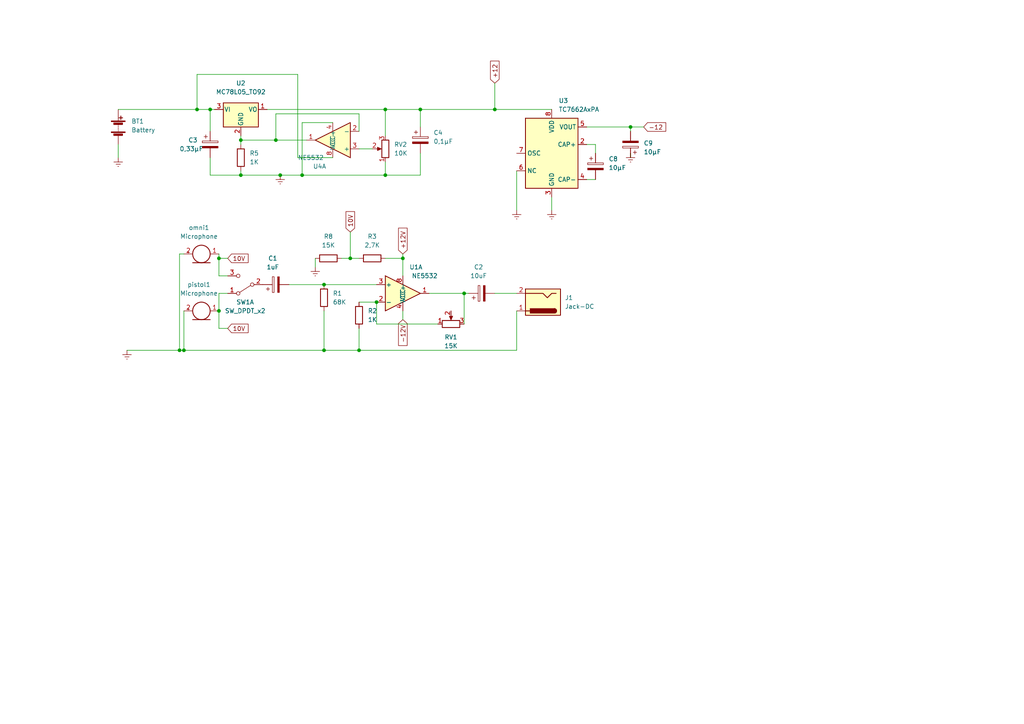
<source format=kicad_sch>
(kicad_sch (version 20211123) (generator eeschema)
  (paper "A4")
  (lib_symbols
    (symbol "Amplifier_Operational:NE5532" (pin_names (offset 0.127))
      (property "Reference" "U1" (at 3.81 7.62 0))
      (property "Value" "NE5532" (at 6.35 5.08 0))
      (symbol "NE5532_1_1"
        (polyline (pts (xy -5.08 5.08) (xy 5.08 0) (xy -5.08 -5.08) (xy -5.08 5.08)) (stroke (width 0.254)) (fill (type background)))
        (pin output line (at 7.62 0 180) (length 2.54) (name "~") (number "1"))
        (pin input line (at -7.62 -2.54 0) (length 2.54) (name "-") (number "2"))
        (pin input line (at -7.62 2.54 0) (length 2.54) (name "+") (number "3"))
        (pin input line (at 0 -5.08 90) (length 2.54) (name "VCC-") (number "4"))
        (pin input line (at 0 5.08 270) (length 2.54) (name "VCC+") (number "8"))
      )
      (symbol "NE5532_2_1"
        (polyline (pts (xy -5.08 5.08) (xy 5.08 0) (xy -5.08 -5.08) (xy -5.08 5.08)) (stroke (width 0.254)) (fill (type background)))
        (pin input line (at -7.62 2.54 0) (length 2.54) (name "+") (number "5"))
        (pin input line (at -7.62 -2.54 0) (length 2.54) (name "-") (number "6"))
        (pin output line (at 7.62 0 180) (length 2.54) (name "~") (number "7"))
      )
      (symbol "NE5532_3_1"
        (pin power_in line (at -2.54 -7.62 90) (length 3.81) (name "V-") (number "4"))
        (pin power_in line (at -2.54 7.62 270) (length 3.81) (name "V+") (number "8"))
      )
    )
    (symbol "Connector:Jack-DC" (pin_names (offset 1.016))
      (property "Reference" "J" (at 0 5.334 0))
      (property "Value" "Jack-DC" (at 0 -5.08 0))
      (symbol "Jack-DC_0_1"
        (rectangle (start -5.08 3.81) (end 5.08 -3.81) (stroke (width 0.254)) (fill (type background)))
        (arc (start -3.302 3.175) (mid -3.937 2.54) (end -3.302 1.905) (stroke (width 0.254)))
        (arc (start -3.302 3.175) (mid -3.937 2.54) (end -3.302 1.905) (stroke (width 0.254)) (fill (type outline)))
        (polyline (pts (xy 5.08 2.54) (xy 3.81 2.54)) (stroke (width 0.254)))
        (polyline (pts (xy -3.81 -2.54) (xy -2.54 -2.54) (xy -1.27 -1.27) (xy 0 -2.54) (xy 2.54 -2.54) (xy 5.08 -2.54)) (stroke (width 0.254)))
        (rectangle (start 3.683 3.175) (end -3.302 1.905) (stroke (width 0.254)) (fill (type outline)))
      )
      (symbol "Jack-DC_1_1"
        (pin passive line (at 7.62 2.54 180) (length 2.54) (name "~") (number "1"))
        (pin passive line (at 7.62 -2.54 180) (length 2.54) (name "~") (number "2"))
      )
    )
    (symbol "Converter_DCDC:TC7662AxPA"
      (property "Reference" "U" (at -6.35 11.43 0))
      (property "Value" "TC7662AxPA" (at 7.62 11.43 0))
      (symbol "TC7662AxPA_0_1"
        (rectangle (start -7.62 10.16) (end 7.62 -10.16) (stroke (width 0.254)) (fill (type background)))
      )
      (symbol "TC7662AxPA_1_1"
        (pin no_connect line (at -7.62 5.08 0) (length 2.54) hide (name "NC") (number "1"))
        (pin passive line (at 10.16 2.54 180) (length 2.54) (name "CAP+") (number "2"))
        (pin power_in line (at 0 -12.7 90) (length 2.54) (name "GND") (number "3"))
        (pin passive line (at 10.16 -7.62 180) (length 2.54) (name "CAP-") (number "4"))
        (pin power_out line (at 10.16 7.62 180) (length 2.54) (name "VOUT") (number "5"))
        (pin passive line (at -10.16 -5.08 0) (length 2.54) (name "NC") (number "6"))
        (pin passive line (at -10.16 0 0) (length 2.54) (name "OSC") (number "7"))
        (pin power_in line (at 0 12.7 270) (length 2.54) (name "VDD") (number "8"))
      )
    )
    (symbol "Device:Battery" (pin_numbers hide) (pin_names (offset 0) hide)
      (property "Reference" "BT" (at 2.54 2.54 0))
      (property "Value" "Battery" (at 2.54 0 0))
      (symbol "Battery_0_1"
        (rectangle (start -2.032 -1.397) (end 2.032 -1.651) (fill (type outline)))
        (rectangle (start -2.032 1.778) (end 2.032 1.524) (fill (type outline)))
        (rectangle (start -1.3208 -1.9812) (end 1.27 -2.4892) (fill (type outline)))
        (rectangle (start -1.3208 1.1938) (end 1.27 0.6858) (fill (type outline)))
        (polyline (pts (xy 0 -1.524) (xy 0 -1.27)))
        (polyline (pts (xy 0 -1.016) (xy 0 -0.762)))
        (polyline (pts (xy 0 -0.508) (xy 0 -0.254)))
        (polyline (pts (xy 0 0) (xy 0 0.254)))
        (polyline (pts (xy 0 0.508) (xy 0 0.762)))
        (polyline (pts (xy 0 1.778) (xy 0 2.54)))
        (polyline (pts (xy 0.254 2.667) (xy 1.27 2.667)) (stroke (width 0.254)))
        (polyline (pts (xy 0.762 3.175) (xy 0.762 2.159)) (stroke (width 0.254)))
      )
      (symbol "Battery_1_1"
        (pin passive line (at 0 5.08 270) (length 2.54) (name "+") (number "1"))
        (pin passive line (at 0 -5.08 90) (length 2.54) (name "-") (number "2"))
      )
    )
    (symbol "Device:C_Polarized" (pin_numbers hide) (pin_names (offset 0.254))
      (property "Reference" "C" (at 0.635 2.54 0))
      (property "Value" "C_Polarized" (at 0.635 -2.54 0))
      (symbol "C_Polarized_0_1"
        (rectangle (start -2.286 0.508) (end 2.286 1.016))
        (polyline (pts (xy -1.778 2.286) (xy -0.762 2.286)))
        (polyline (pts (xy -1.27 2.794) (xy -1.27 1.778)))
        (rectangle (start 2.286 -0.508) (end -2.286 -1.016) (fill (type outline)))
      )
      (symbol "C_Polarized_1_1"
        (pin passive line (at 0 3.81 270) (length 2.794) (name "~") (number "1"))
        (pin passive line (at 0 -3.81 90) (length 2.794) (name "~") (number "2"))
      )
    )
    (symbol "Device:Microphone" (pin_names (offset 0.0254) hide)
      (property "Reference" "MK" (at -3.81 1.27 0))
      (property "Value" "Microphone" (at -3.81 -0.635 0))
      (symbol "Microphone_0_1"
        (polyline (pts (xy -2.54 2.54) (xy -2.54 -2.54)) (stroke (width 0.254)))
        (polyline (pts (xy 0.254 3.81) (xy 0.762 3.81)))
        (polyline (pts (xy 0.508 4.064) (xy 0.508 3.556)))
        (circle (center 0 0) (radius 2.54) (stroke (width 0.254)))
      )
      (symbol "Microphone_1_1"
        (pin passive line (at 0 -5.08 90) (length 2.54) (name "-") (number "1"))
        (pin passive line (at 0 5.08 270) (length 2.54) (name "+") (number "2"))
      )
    )
    (symbol "Device:R" (pin_numbers hide) (pin_names (offset 0))
      (property "Reference" "R" (at 2.032 0 90))
      (property "Value" "R" (at 0 0 90))
      (symbol "R_0_1"
        (rectangle (start -1.016 -2.54) (end 1.016 2.54) (stroke (width 0.254)))
      )
      (symbol "R_1_1"
        (pin passive line (at 0 3.81 270) (length 1.27) (name "~") (number "1"))
        (pin passive line (at 0 -3.81 90) (length 1.27) (name "~") (number "2"))
      )
    )
    (symbol "Device:R_Potentiometer" (pin_names (offset 1.016) hide)
      (property "Reference" "RV" (at -4.445 0 90))
      (property "Value" "R_Potentiometer" (at -2.54 0 90))
      (symbol "R_Potentiometer_0_1"
        (polyline (pts (xy 2.54 0) (xy 1.524 0)))
        (polyline (pts (xy 1.143 0) (xy 2.286 0.508) (xy 2.286 -0.508) (xy 1.143 0)) (fill (type outline)))
        (rectangle (start 1.016 2.54) (end -1.016 -2.54) (stroke (width 0.254)))
      )
      (symbol "R_Potentiometer_1_1"
        (pin passive line (at 0 3.81 270) (length 1.27) (name "1") (number "1"))
        (pin passive line (at 3.81 0 180) (length 1.27) (name "2") (number "2"))
        (pin passive line (at 0 -3.81 90) (length 1.27) (name "3") (number "3"))
      )
    )
    (symbol "Regulator_Linear:MC78L05_TO92" (pin_names (offset 0.254))
      (property "Reference" "U" (at -3.81 3.175 0))
      (property "Value" "MC78L05_TO92" (at 0 3.175 0))
      (symbol "MC78L05_TO92_0_1"
        (rectangle (start -5.08 -5.08) (end 5.08 1.905) (stroke (width 0.254)) (fill (type background)))
      )
      (symbol "MC78L05_TO92_1_1"
        (pin power_out line (at 7.62 0 180) (length 2.54) (name "VO") (number "1"))
        (pin power_in line (at 0 -7.62 90) (length 2.54) (name "GND") (number "2"))
        (pin power_in line (at -7.62 0 0) (length 2.54) (name "VI") (number "3"))
      )
    )
    (symbol "Switch:SW_DPDT_x2" (pin_names (offset 0) hide)
      (property "Reference" "SW" (at 0 4.318 0))
      (property "Value" "SW_DPDT_x2" (at 0 -5.08 0))
      (symbol "SW_DPDT_x2_0_0"
        (circle (center -2.032 0) (radius 0.508))
        (circle (center 2.032 -2.54) (radius 0.508))
      )
      (symbol "SW_DPDT_x2_0_1"
        (polyline (pts (xy -1.524 0.254) (xy 1.651 2.286)))
        (circle (center 2.032 2.54) (radius 0.508))
      )
      (symbol "SW_DPDT_x2_1_1"
        (pin passive line (at 5.08 2.54 180) (length 2.54) (name "A") (number "1"))
        (pin passive line (at -5.08 0 0) (length 2.54) (name "B") (number "2"))
        (pin passive line (at 5.08 -2.54 180) (length 2.54) (name "C") (number "3"))
      )
      (symbol "SW_DPDT_x2_2_1"
        (pin passive line (at 5.08 2.54 180) (length 2.54) (name "A") (number "4"))
        (pin passive line (at -5.08 0 0) (length 2.54) (name "B") (number "5"))
        (pin passive line (at 5.08 -2.54 180) (length 2.54) (name "C") (number "6"))
      )
    )
    (symbol "power:Earth" (power) (pin_names (offset 0))
      (symbol "Earth_0_1"
        (polyline (pts (xy -0.635 -1.905) (xy 0.635 -1.905)))
        (polyline (pts (xy -0.127 -2.54) (xy 0.127 -2.54)))
        (polyline (pts (xy 0 -1.27) (xy 0 0)))
        (polyline (pts (xy 1.27 -1.27) (xy -1.27 -1.27)))
      )
      (symbol "Earth_1_1"
        (pin power_in line (at 0 0 270) (length 0) hide (name "Earth") (number "1"))
      )
    )
  )
  (junction (at 134.62 85.09))
  (junction (at 109.22 87.63))
  (junction (at 116.84 74.93))
  (junction (at 69.85 40.64))
  (junction (at 93.98 82.55))
  (junction (at 60.96 31.75))
  (junction (at 69.85 50.8))
  (junction (at 52.07 101.6))
  (junction (at 101.6 74.93))
  (junction (at 63.5 90.17))
  (junction (at 63.5 74.93))
  (junction (at 87.63 50.8))
  (junction (at 53.34 101.6))
  (junction (at 111.76 31.75))
  (junction (at 80.01 40.64))
  (junction (at 104.14 101.6))
  (junction (at 57.15 31.75))
  (junction (at 121.92 31.75))
  (junction (at 143.51 31.75))
  (junction (at 111.76 50.8))
  (junction (at 182.88 36.83))
  (junction (at 93.98 101.6))
  (junction (at 81.28 50.8))
  (wire (pts (xy 96.52 35.56) (xy 87.63 35.56)))
  (wire (pts (xy 63.5 74.93) (xy 63.5 80.01)))
  (wire (pts (xy 104.14 87.63) (xy 109.22 87.63)))
  (wire (pts (xy 69.85 40.64) (xy 80.01 40.64)))
  (wire (pts (xy 111.76 74.93) (xy 116.84 74.93)))
  (wire (pts (xy 63.5 74.93) (xy 66.04 74.93)))
  (wire (pts (xy 109.22 87.63) (xy 109.22 93.98)))
  (wire (pts (xy 60.96 31.75) (xy 60.96 38.1)))
  (wire (pts (xy 121.92 31.75) (xy 143.51 31.75)))
  (wire (pts (xy 182.88 38.1) (xy 182.88 36.83)))
  (wire (pts (xy 104.14 38.1) (xy 104.14 33.02)))
  (wire (pts (xy 104.14 33.02) (xy 80.01 33.02)))
  (wire (pts (xy 36.83 101.6) (xy 52.07 101.6)))
  (wire (pts (xy 34.29 41.91) (xy 34.29 45.72)))
  (wire (pts (xy 77.47 31.75) (xy 111.76 31.75)))
  (wire (pts (xy 66.04 85.09) (xy 63.5 85.09)))
  (wire (pts (xy 52.07 101.6) (xy 53.34 101.6)))
  (wire (pts (xy 60.96 50.8) (xy 69.85 50.8)))
  (wire (pts (xy 63.5 85.09) (xy 63.5 90.17)))
  (wire (pts (xy 69.85 39.37) (xy 69.85 40.64)))
  (wire (pts (xy 53.34 73.66) (xy 52.07 73.66)))
  (wire (pts (xy 83.82 82.55) (xy 93.98 82.55)))
  (wire (pts (xy 93.98 101.6) (xy 104.14 101.6)))
  (wire (pts (xy 182.88 36.83) (xy 186.69 36.83)))
  (wire (pts (xy 34.29 31.75) (xy 57.15 31.75)))
  (wire (pts (xy 143.51 24.13) (xy 143.51 31.75)))
  (wire (pts (xy 104.14 43.18) (xy 107.95 43.18)))
  (wire (pts (xy 86.36 21.59) (xy 57.15 21.59)))
  (wire (pts (xy 182.88 45.72) (xy 182.88 44.45)))
  (wire (pts (xy 121.92 44.45) (xy 121.92 50.8)))
  (wire (pts (xy 101.6 74.93) (xy 104.14 74.93)))
  (wire (pts (xy 96.52 45.72) (xy 86.36 45.72)))
  (wire (pts (xy 60.96 31.75) (xy 62.23 31.75)))
  (wire (pts (xy 143.51 31.75) (xy 160.02 31.75)))
  (wire (pts (xy 57.15 21.59) (xy 57.15 31.75)))
  (wire (pts (xy 69.85 49.53) (xy 69.85 50.8)))
  (wire (pts (xy 160.02 57.15) (xy 160.02 60.96)))
  (wire (pts (xy 104.14 95.25) (xy 104.14 101.6)))
  (wire (pts (xy 124.46 85.09) (xy 134.62 85.09)))
  (wire (pts (xy 91.44 74.93) (xy 91.44 77.47)))
  (wire (pts (xy 81.28 50.8) (xy 87.63 50.8)))
  (wire (pts (xy 52.07 73.66) (xy 52.07 101.6)))
  (wire (pts (xy 104.14 101.6) (xy 149.86 101.6)))
  (wire (pts (xy 53.34 101.6) (xy 93.98 101.6)))
  (wire (pts (xy 93.98 82.55) (xy 109.22 82.55)))
  (wire (pts (xy 182.88 36.83) (xy 170.18 36.83)))
  (wire (pts (xy 134.62 85.09) (xy 135.89 85.09)))
  (wire (pts (xy 116.84 90.17) (xy 116.84 92.71)))
  (wire (pts (xy 143.51 85.09) (xy 149.86 85.09)))
  (wire (pts (xy 116.84 74.93) (xy 116.84 80.01)))
  (wire (pts (xy 111.76 50.8) (xy 111.76 46.99)))
  (wire (pts (xy 80.01 40.64) (xy 88.9 40.64)))
  (wire (pts (xy 53.34 90.17) (xy 53.34 101.6)))
  (wire (pts (xy 134.62 85.09) (xy 134.62 93.98)))
  (wire (pts (xy 121.92 50.8) (xy 111.76 50.8)))
  (wire (pts (xy 172.72 44.45) (xy 172.72 41.91)))
  (wire (pts (xy 63.5 80.01) (xy 66.04 80.01)))
  (wire (pts (xy 111.76 31.75) (xy 111.76 39.37)))
  (wire (pts (xy 111.76 31.75) (xy 121.92 31.75)))
  (wire (pts (xy 63.5 95.25) (xy 63.5 90.17)))
  (wire (pts (xy 101.6 67.31) (xy 101.6 74.93)))
  (wire (pts (xy 99.06 74.93) (xy 101.6 74.93)))
  (wire (pts (xy 69.85 40.64) (xy 69.85 41.91)))
  (wire (pts (xy 60.96 45.72) (xy 60.96 50.8)))
  (wire (pts (xy 93.98 90.17) (xy 93.98 101.6)))
  (wire (pts (xy 69.85 50.8) (xy 81.28 50.8)))
  (wire (pts (xy 116.84 74.93) (xy 116.84 73.66)))
  (wire (pts (xy 149.86 90.17) (xy 149.86 101.6)))
  (wire (pts (xy 149.86 49.53) (xy 149.86 60.96)))
  (wire (pts (xy 63.5 73.66) (xy 63.5 74.93)))
  (wire (pts (xy 57.15 31.75) (xy 60.96 31.75)))
  (wire (pts (xy 66.04 95.25) (xy 63.5 95.25)))
  (wire (pts (xy 127 93.98) (xy 109.22 93.98)))
  (wire (pts (xy 86.36 21.59) (xy 86.36 45.72)))
  (wire (pts (xy 172.72 41.91) (xy 170.18 41.91)))
  (wire (pts (xy 87.63 35.56) (xy 87.63 50.8)))
  (wire (pts (xy 80.01 33.02) (xy 80.01 40.64)))
  (wire (pts (xy 87.63 50.8) (xy 111.76 50.8)))
  (wire (pts (xy 121.92 31.75) (xy 121.92 36.83)))
  (wire (pts (xy 172.72 52.07) (xy 170.18 52.07)))
  (global_label "-12V" (shape input) (at 116.84 92.71 270) (property "Références Inter-Feuilles" "${INTERSHEET_REFS}" (effects hide)))
  (global_label "10V" (shape input) (at 66.04 74.93 0) (property "Références Inter-Feuilles" "${INTERSHEET_REFS}" (effects hide)))
  (global_label "10V" (shape input) (at 66.04 95.25 0) (property "Références Inter-Feuilles" "${INTERSHEET_REFS}" (effects hide)))
  (global_label "-12" (shape input) (at 186.69 36.83 0) (property "Références Inter-Feuilles" "${INTERSHEET_REFS}" (effects hide)))
  (global_label "+12V" (shape input) (at 116.84 73.66 90) (property "Références Inter-Feuilles" "${INTERSHEET_REFS}" (effects hide)))
  (global_label "10V" (shape input) (at 101.6 67.31 90) (property "Références Inter-Feuilles" "${INTERSHEET_REFS}" (effects hide)))
  (global_label "+12" (shape input) (at 143.51 24.13 90) (property "Références Inter-Feuilles" "${INTERSHEET_REFS}" (effects hide)))
  (symbol (lib_id "Device:Microphone") (at 58.42 90.17 90) (unit 1)
    (property "Reference" "pistol1" (at 57.7215 82.55 90))
    (property "Value" "Microphone" (at 57.7215 85.09 90))
    (property "Footprint" "Connector_Pin:Pin_D0.9mm_L10.0mm_W2.4mm_FlatFork" (effects hide))
  )
  (symbol (lib_id "Connector:Jack-DC") (at 157.48 87.63 180) (unit 1)
    (property "Reference" "J1" (at 163.83 86.3599 0) (effects (justify right)))
    (property "Value" "Jack-DC" (at 163.83 88.8999 0) (effects (justify right)))
    (property "Footprint" "Connector_Audio:Jack_3.5mm_CUI_SJ-3523-SMT_Horizontal" (effects hide))
  )
  (symbol (lib_id "Converter_DCDC:TC7662AxPA") (at 160.02 44.45 0) (unit 1)
    (property "Reference" "U3" (at 162.0394 29.21 0) (effects (justify left)))
    (property "Value" "TC7662AxPA" (at 162.0394 31.75 0) (effects (justify left)))
    (property "Footprint" "Package_DIP:DIP-8_W7.62mm" (effects hide))
    (property "Datasheet" "http://ww1.microchip.com/downloads/en/DeviceDoc/21468B.pdf" (effects hide))
  )
  (symbol (lib_id "Device:C_Polarized") (at 182.88 41.91 180) (unit 1)
    (property "Reference" "C9" (at 186.69 41.5289 0) (effects (justify right)))
    (property "Value" "10µF" (at 186.69 44.0689 0) (effects (justify right)))
  )
  (symbol (lib_id "power:Earth") (at 81.28 50.8 0) (unit 1)
    (property "Reference" "#PWR0103" (effects hide))
    (property "Value" "Earth" (effects hide))
  )
  (symbol (lib_id "Amplifier_Operational:NE5532") (at 116.84 85.09 0) (unit 1)
    (property "Reference" "U1" (at 120.65 77.47 0))
    (property "Value" "NE5532" (at 123.19 80.01 0))
    (property "Footprint" "Package_DIP:DIP-8_W7.62mm_SMDSocket_SmallPads" (effects hide))
    (property "Datasheet" "http://www.ti.com/lit/ds/symlink/ne5532.pdf" (effects hide))
  )
  (symbol (lib_id "Regulator_Linear:MC78L05_TO92") (at 69.85 31.75 0) (unit 1)
    (property "Reference" "U2" (at 69.85 24.13 0))
    (property "Value" "MC78L05_TO92" (at 69.85 26.67 0))
    (property "Footprint" "Package_TO_SOT_THT:TO-92_Inline" (effects hide))
    (property "Datasheet" "https://www.onsemi.com/pub/Collateral/MC78L00A-D.PDF" (effects hide))
  )
  (symbol (lib_id "power:Earth") (at 149.86 60.96 0) (unit 1)
    (property "Reference" "#PWR?" (effects hide))
    (property "Value" "Earth" (effects hide))
  )
  (symbol (lib_id "Device:C_Polarized") (at 60.96 41.91 0) (unit 1)
    (property "Reference" "C3" (at 54.61 40.64 0) (effects (justify left)))
    (property "Value" "0,33µF" (at 52.07 43.18 0) (effects (justify left)))
    (property "Footprint" "Capacitor_THT:CP_Radial_Tantal_D5.0mm_P5.00mm" (effects hide))
  )
  (symbol (lib_id "power:Earth") (at 34.29 45.72 0) (unit 1)
    (property "Reference" "#PWR0102" (effects hide))
    (property "Value" "Earth" (effects hide))
  )
  (symbol (lib_id "Device:Battery") (at 34.29 36.83 0) (unit 1)
    (property "Reference" "BT1" (at 38.1 35.1789 0) (effects (justify left)))
    (property "Value" "Battery" (at 38.1 37.7189 0) (effects (justify left)))
    (property "Footprint" "Battery:BatteryHolder_Keystone_1042_1x18650" (effects hide))
  )
  (symbol (lib_id "Device:R_Potentiometer") (at 130.81 93.98 90) (unit 1)
    (property "Reference" "RV1" (at 130.81 97.79 90))
    (property "Value" "15K" (at 130.81 100.33 90))
    (property "Footprint" "Potentiometer_THT:Potentiometer_ACP_CA6-H2,5_Horizontal" (effects hide))
  )
  (symbol (lib_id "Device:C_Polarized") (at 172.72 48.26 0) (unit 1)
    (property "Reference" "C8" (at 176.53 46.1009 0) (effects (justify left)))
    (property "Value" "10µF" (at 176.53 48.6409 0) (effects (justify left)))
  )
  (symbol (lib_id "Device:R") (at 69.85 45.72 0) (unit 1)
    (property "Reference" "R5" (at 72.39 44.4499 0) (effects (justify left)))
    (property "Value" "1K" (at 72.39 46.9899 0) (effects (justify left)))
    (property "Footprint" "Resistor_SMD:R_0402_1005Metric" (effects hide))
  )
  (symbol (lib_id "power:Earth") (at 182.88 44.45 0) (unit 1)
    (property "Reference" "#PWR?" (effects hide))
    (property "Value" "Earth" (effects hide))
  )
  (symbol (lib_id "Device:C_Polarized") (at 139.7 85.09 90) (unit 1)
    (property "Reference" "C2" (at 138.811 77.47 90))
    (property "Value" "10uF" (at 138.811 80.01 90))
    (property "Footprint" "Capacitor_THT:CP_Radial_Tantal_D5.0mm_P5.00mm" (effects hide))
  )
  (symbol (lib_id "Device:R") (at 95.25 74.93 90) (unit 1)
    (property "Reference" "R8" (at 95.25 68.58 90))
    (property "Value" "15K" (at 95.25 71.12 90))
  )
  (symbol (lib_id "Device:R_Potentiometer") (at 111.76 43.18 180) (unit 1)
    (property "Reference" "RV2" (at 114.3 41.9099 0) (effects (justify right)))
    (property "Value" "10K" (at 114.3 44.4499 0) (effects (justify right)))
    (property "Footprint" "Potentiometer_THT:Potentiometer_ACP_CA6-H2,5_Horizontal" (effects hide))
  )
  (symbol (lib_id "Device:R") (at 107.95 74.93 90) (unit 1)
    (property "Reference" "R3" (at 107.95 68.58 90))
    (property "Value" "2,7K" (at 107.95 71.12 90))
    (property "Footprint" "Resistor_SMD:R_0402_1005Metric" (effects hide))
  )
  (symbol (lib_id "power:Earth") (at 36.83 101.6 0) (unit 1)
    (property "Reference" "#PWR0101" (effects hide))
    (property "Value" "Earth" (effects hide))
  )
  (symbol (lib_id "Switch:SW_DPDT_x2") (at 71.12 82.55 180) (unit 1)
    (property "Reference" "SW1" (at 71.12 87.63 0))
    (property "Value" "SW_DPDT_x2" (at 71.12 90.17 0))
    (property "Footprint" "Button_Switch_THT:SW_CuK_JS202011AQN_DPDT_Angled" (effects hide))
  )
  (symbol (lib_id "Device:Microphone") (at 58.42 73.66 90) (unit 1)
    (property "Reference" "omni1" (at 57.7215 66.04 90))
    (property "Value" "Microphone" (at 57.7215 68.58 90))
    (property "Footprint" "Connector_Pin:Pin_D0.9mm_L10.0mm_W2.4mm_FlatFork" (effects hide))
  )
  (symbol (lib_id "Device:C_Polarized") (at 121.92 40.64 0) (unit 1)
    (property "Reference" "C4" (at 125.73 38.4809 0) (effects (justify left)))
    (property "Value" "0,1µF" (at 125.73 41.0209 0) (effects (justify left)))
    (property "Footprint" "Capacitor_THT:CP_Radial_Tantal_D5.0mm_P5.00mm" (effects hide))
  )
  (symbol (lib_id "Device:C_Polarized") (at 80.01 82.55 90) (unit 1)
    (property "Reference" "C1" (at 79.121 74.93 90))
    (property "Value" "1uF" (at 79.121 77.47 90))
    (property "Footprint" "Capacitor_THT:CP_Radial_Tantal_D5.0mm_P5.00mm" (effects hide))
  )
  (symbol (lib_id "Device:R") (at 104.14 91.44 0) (unit 1)
    (property "Reference" "R2" (at 106.68 90.1699 0) (effects (justify left)))
    (property "Value" "1K" (at 106.68 92.7099 0) (effects (justify left)))
    (property "Footprint" "Resistor_SMD:R_0402_1005Metric" (effects hide))
  )
  (symbol (lib_id "power:Earth") (at 160.02 60.96 0) (unit 1)
    (property "Reference" "#PWR0104" (effects hide))
    (property "Value" "Earth" (effects hide))
  )
  (symbol (lib_id "power:Earth") (at 91.44 77.47 0) (unit 1)
    (property "Reference" "#PWR?" (effects hide))
    (property "Value" "Earth" (effects hide))
  )
  (symbol (lib_id "Device:R") (at 93.98 86.36 0) (unit 1)
    (property "Reference" "R1" (at 96.52 85.0899 0) (effects (justify left)))
    (property "Value" "68K" (at 96.52 87.6299 0) (effects (justify left)))
    (property "Footprint" "Resistor_SMD:R_0402_1005Metric" (effects hide))
  )
  (symbol (lib_id "Amplifier_Operational:NE5532") (at 96.52 40.64 180) (unit 1)
    (property "Reference" "U4" (at 92.71 48.26 0))
    (property "Value" "NE5532" (at 90.17 45.72 0))
    (property "Footprint" "Package_DIP:DIP-8_W7.62mm_SMDSocket_SmallPads" (effects hide))
    (property "Datasheet" "http://www.ti.com/lit/ds/symlink/ne5532.pdf" (effects hide))
  )
)
</source>
